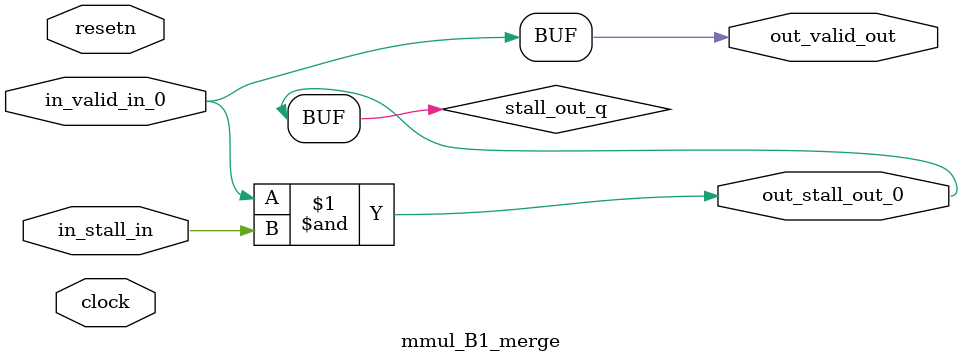
<source format=sv>



(* altera_attribute = "-name AUTO_SHIFT_REGISTER_RECOGNITION OFF; -name MESSAGE_DISABLE 10036; -name MESSAGE_DISABLE 10037; -name MESSAGE_DISABLE 14130; -name MESSAGE_DISABLE 14320; -name MESSAGE_DISABLE 15400; -name MESSAGE_DISABLE 14130; -name MESSAGE_DISABLE 10036; -name MESSAGE_DISABLE 12020; -name MESSAGE_DISABLE 12030; -name MESSAGE_DISABLE 12010; -name MESSAGE_DISABLE 12110; -name MESSAGE_DISABLE 14320; -name MESSAGE_DISABLE 13410; -name MESSAGE_DISABLE 113007; -name MESSAGE_DISABLE 10958" *)
module mmul_B1_merge (
    input wire [0:0] in_stall_in,
    input wire [0:0] in_valid_in_0,
    output wire [0:0] out_stall_out_0,
    output wire [0:0] out_valid_out,
    input wire clock,
    input wire resetn
    );

    wire [0:0] stall_out_q;


    // stall_out(LOGICAL,6)
    assign stall_out_q = in_valid_in_0 & in_stall_in;

    // out_stall_out_0(GPOUT,4)
    assign out_stall_out_0 = stall_out_q;

    // out_valid_out(GPOUT,5)
    assign out_valid_out = in_valid_in_0;

endmodule

</source>
